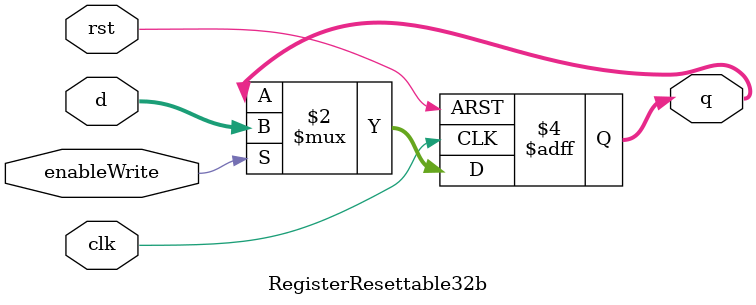
<source format=v>
`ifndef __RegisterResettable32b__
`define __RegisterResettable32b__

module RegisterResettable32b(
    clk,
    rst,
    enableWrite,
    d,
    q
);
    input wire clk;
    input wire rst;
    input wire enableWrite;
    input wire [31:0] d;
    output reg [31:0] q;

    always @(posedge clk or posedge rst) begin
        if (rst) begin
            // q <= 32'h00400020;
            q <= 32'h00000000;
        end else begin
            if (enableWrite)
                q <= d;
        end
    end

endmodule // RegisterResettable32b

`endif

</source>
